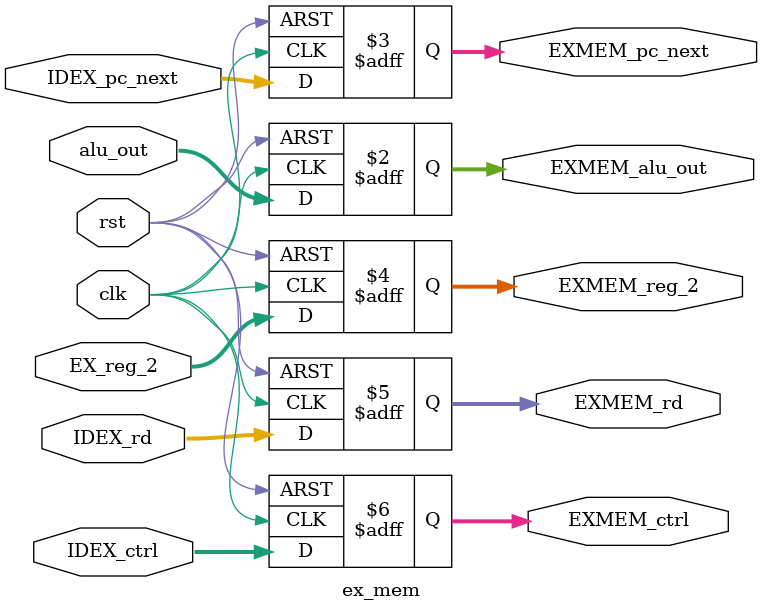
<source format=v>
`timescale 1ns / 1ps


module ex_mem(
    input             clk,
    input             rst,
    input      [31:0] alu_out,
    input      [31:0] IDEX_pc_next,
    input      [31:0] EX_reg_2,
    input      [4:0]  IDEX_rd,
    input      [31:0] IDEX_ctrl,
    output reg [31:0] EXMEM_alu_out,
    output reg [31:0] EXMEM_pc_next,
    output reg [31:0] EXMEM_reg_2,
    output reg [4:0]  EXMEM_rd,
    output reg [31:0] EXMEM_ctrl
);
    always @(posedge clk or posedge rst) begin
        if (rst) begin
            EXMEM_alu_out <= 32'h0;
            EXMEM_pc_next <= 32'h0;
            EXMEM_reg_2   <= 32'h0;
            EXMEM_rd      <= 5'h0;
            EXMEM_ctrl    <= 32'h0;
        end 
        else begin
            EXMEM_alu_out <= alu_out;
            EXMEM_pc_next <= IDEX_pc_next;
            EXMEM_reg_2   <= EX_reg_2;
            EXMEM_rd      <= IDEX_rd;
            EXMEM_ctrl    <= IDEX_ctrl;
        end
    end
endmodule

</source>
